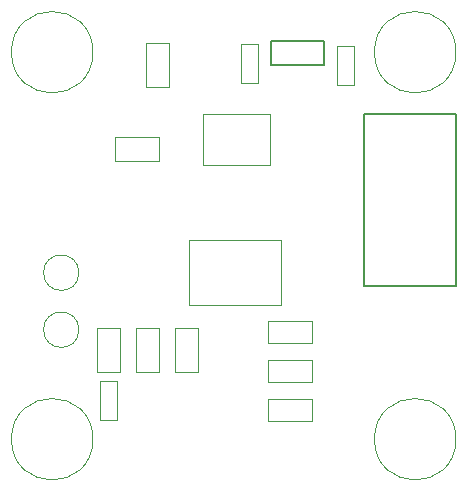
<source format=gbr>
%TF.GenerationSoftware,KiCad,Pcbnew,8.0.0*%
%TF.CreationDate,2024-03-04T00:48:55-06:00*%
%TF.ProjectId,InertialMeasurementUnitBoard,496e6572-7469-4616-9c4d-656173757265,rev?*%
%TF.SameCoordinates,Original*%
%TF.FileFunction,Other,User*%
%FSLAX46Y46*%
G04 Gerber Fmt 4.6, Leading zero omitted, Abs format (unit mm)*
G04 Created by KiCad (PCBNEW 8.0.0) date 2024-03-04 00:48:55*
%MOMM*%
%LPD*%
G01*
G04 APERTURE LIST*
%ADD10C,0.152400*%
%ADD11C,0.050000*%
%ADD12C,0.127000*%
G04 APERTURE END LIST*
D10*
%TO.C,X2*%
X118854300Y-79024400D02*
X123375500Y-79024400D01*
X118854300Y-81132600D02*
X118854300Y-79024400D01*
X123375500Y-79024400D02*
X123375500Y-81132600D01*
X123375500Y-81132600D02*
X118854300Y-81132600D01*
D11*
%TO.C,R4*%
X104137500Y-103358500D02*
X106037500Y-103358500D01*
X104137500Y-107058500D02*
X104137500Y-103358500D01*
X106037500Y-103358500D02*
X106037500Y-107058500D01*
X106037500Y-107058500D02*
X104137500Y-107058500D01*
%TO.C,U1*%
X111901500Y-95911500D02*
X111901500Y-101411500D01*
X111901500Y-95911500D02*
X119711500Y-95911500D01*
X111901500Y-101411500D02*
X119711500Y-101411500D01*
X119711500Y-95911500D02*
X119711500Y-101411500D01*
%TO.C,GND1*%
X102592000Y-103505000D02*
G75*
G02*
X99592000Y-103505000I-1500000J0D01*
G01*
X99592000Y-103505000D02*
G75*
G02*
X102592000Y-103505000I1500000J0D01*
G01*
%TO.C,H4*%
X103780000Y-80010000D02*
G75*
G02*
X96880000Y-80010000I-3450000J0D01*
G01*
X96880000Y-80010000D02*
G75*
G02*
X103780000Y-80010000I3450000J0D01*
G01*
%TO.C,U2*%
X113068500Y-85256000D02*
X118768500Y-85256000D01*
X113068500Y-89556000D02*
X113068500Y-85256000D01*
X118768500Y-85256000D02*
X118768500Y-89556000D01*
X118768500Y-89556000D02*
X113068500Y-89556000D01*
%TO.C,VDD1*%
X102592000Y-98679000D02*
G75*
G02*
X99592000Y-98679000I-1500000J0D01*
G01*
X99592000Y-98679000D02*
G75*
G02*
X102592000Y-98679000I1500000J0D01*
G01*
%TO.C,C2*%
X108298500Y-79214500D02*
X110258500Y-79214500D01*
X108298500Y-82974500D02*
X108298500Y-79214500D01*
X110258500Y-79214500D02*
X110258500Y-82974500D01*
X110258500Y-82974500D02*
X108298500Y-82974500D01*
%TO.C,R5*%
X118620500Y-106052500D02*
X122320500Y-106052500D01*
X118620500Y-107952500D02*
X118620500Y-106052500D01*
X122320500Y-106052500D02*
X122320500Y-107952500D01*
X122320500Y-107952500D02*
X118620500Y-107952500D01*
%TO.C,R6*%
X107439500Y-103358500D02*
X109339500Y-103358500D01*
X107439500Y-107058500D02*
X107439500Y-103358500D01*
X109339500Y-103358500D02*
X109339500Y-107058500D01*
X109339500Y-107058500D02*
X107439500Y-107058500D01*
%TO.C,C3*%
X105620500Y-87226500D02*
X109380500Y-87226500D01*
X105620500Y-89186500D02*
X105620500Y-87226500D01*
X109380500Y-87226500D02*
X109380500Y-89186500D01*
X109380500Y-89186500D02*
X105620500Y-89186500D01*
%TO.C,D1*%
X104357500Y-107876500D02*
X105817500Y-107876500D01*
X104357500Y-111176500D02*
X104357500Y-107876500D01*
X105817500Y-107876500D02*
X105817500Y-111176500D01*
X105817500Y-111176500D02*
X104357500Y-111176500D01*
%TO.C,C5*%
X124448900Y-79444500D02*
X125908900Y-79444500D01*
X124448900Y-82744500D02*
X124448900Y-79444500D01*
X125908900Y-79444500D02*
X125908900Y-82744500D01*
X125908900Y-82744500D02*
X124448900Y-82744500D01*
%TO.C,H1*%
X134514000Y-80010000D02*
G75*
G02*
X127614000Y-80010000I-3450000J0D01*
G01*
X127614000Y-80010000D02*
G75*
G02*
X134514000Y-80010000I3450000J0D01*
G01*
%TO.C,R3*%
X118604500Y-109354500D02*
X122304500Y-109354500D01*
X118604500Y-111254500D02*
X118604500Y-109354500D01*
X122304500Y-109354500D02*
X122304500Y-111254500D01*
X122304500Y-111254500D02*
X118604500Y-111254500D01*
%TO.C,H2*%
X134514000Y-112776000D02*
G75*
G02*
X127614000Y-112776000I-3450000J0D01*
G01*
X127614000Y-112776000D02*
G75*
G02*
X134514000Y-112776000I3450000J0D01*
G01*
D12*
%TO.C,J2*%
X126694500Y-85254512D02*
X126694500Y-99794488D01*
X126694500Y-99794488D02*
X134534500Y-99794488D01*
X134534500Y-85254512D02*
X126694500Y-85254512D01*
X134534500Y-99794488D02*
X134534500Y-85254512D01*
D11*
%TO.C,R2*%
X118604500Y-102750500D02*
X122304500Y-102750500D01*
X118604500Y-104650500D02*
X118604500Y-102750500D01*
X122304500Y-102750500D02*
X122304500Y-104650500D01*
X122304500Y-104650500D02*
X118604500Y-104650500D01*
%TO.C,H3*%
X103780000Y-112776000D02*
G75*
G02*
X96880000Y-112776000I-3450000J0D01*
G01*
X96880000Y-112776000D02*
G75*
G02*
X103780000Y-112776000I3450000J0D01*
G01*
%TO.C,R1*%
X110741500Y-103358500D02*
X112641500Y-103358500D01*
X110741500Y-107058500D02*
X110741500Y-103358500D01*
X112641500Y-103358500D02*
X112641500Y-107058500D01*
X112641500Y-107058500D02*
X110741500Y-107058500D01*
%TO.C,C4*%
X116320900Y-79344000D02*
X117780900Y-79344000D01*
X116320900Y-82644000D02*
X116320900Y-79344000D01*
X117780900Y-79344000D02*
X117780900Y-82644000D01*
X117780900Y-82644000D02*
X116320900Y-82644000D01*
%TD*%
M02*

</source>
